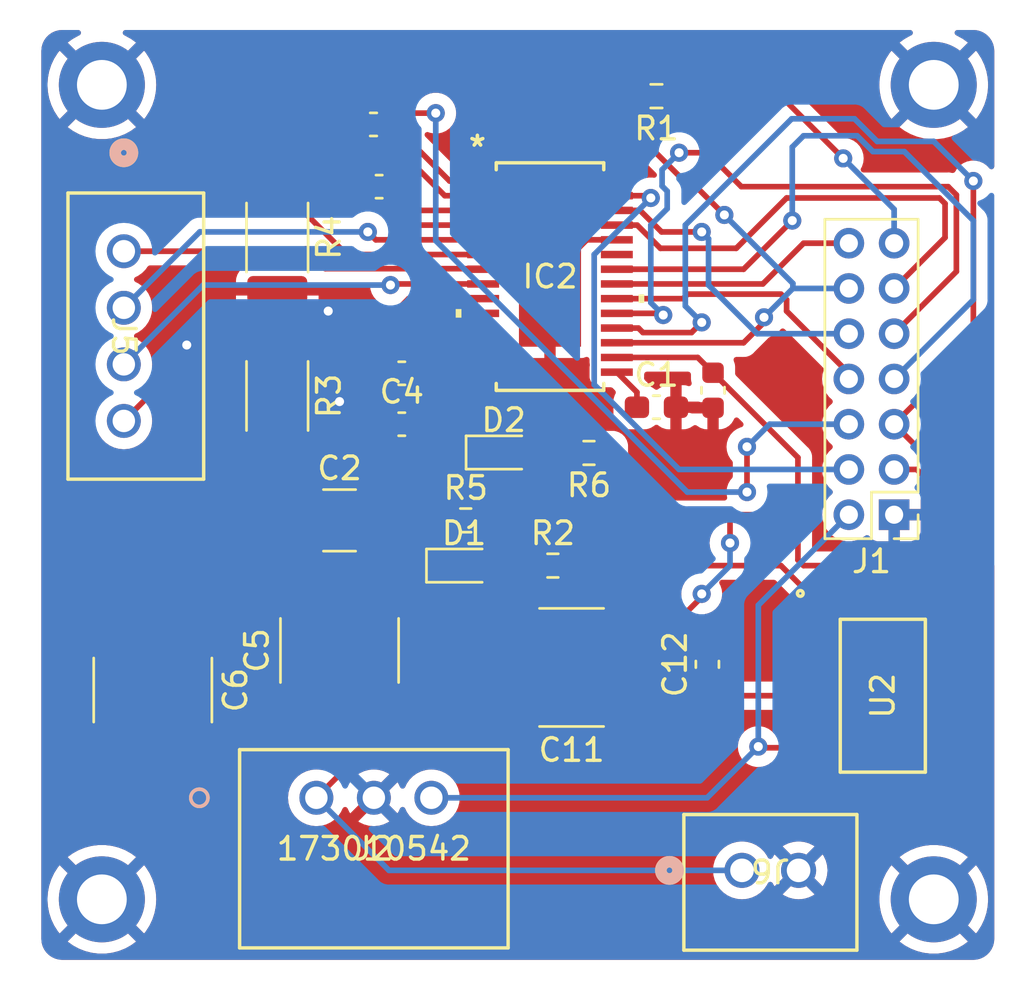
<source format=kicad_pcb>
(kicad_pcb (version 20221018) (generator pcbnew)
  (layers (0 "F.Cu" signal) (31 "B.Cu" signal) (34 "B.Paste" user) (35 "F.Paste" user) (36 "B.SilkS" user "B.Silkscreen") (37 "F.SilkS" user "F.Silkscreen") (38 "B.Mask" user) (39 "F.Mask" user) (44 "Edge.Cuts" user))
  (net 0 "")
  (net 1 "Net-(IC2-5VOUT)")
  (net 2 "GND")
  (net 3 "VM")
  (net 4 "Net-(C2-Pad2)")
  (net 5 "+3.3V")
  (net 6 "Net-(IC2-VCP)")
  (net 7 "Net-(IC2-CPI)")
  (net 8 "CP0")
  (net 9 "Net-(D1-A)")
  (net 10 "Net-(D2-A)")
  (net 11 "/A2")
  (net 12 "Net-(IC2-BRA)")
  (net 13 "/A1")
  (net 14 "/A3")
  (net 15 "Net-(IC2-BRB)")
  (net 16 "/A4")
  (net 18 "RX")
  (net 19 "DIAG")
  (net 20 "SPREAD")
  (net 21 "DIR")
  (net 22 "ENN")
  (net 23 "STEP")
  (net 25 "MS1")
  (net 26 "MS2")
  (net 27 "INDEX")
  (net 28 "+5V")
  (net 29 "TX")
  (footprint "LED_SMD:LED_0603_1608Metric_Pad1.05x0.95mm_HandSolder" (layer "F.Cu") (at 140 89.75)
    (fp_text reference "D1" (at 0 -1.43) (layer "F.SilkS"))
    (fp_text value "white/0603" hide)
    (fp_line (start -1.66 -0.735) (end -1.66 0.735) (stroke (width 0.12)) (layer "F.SilkS"))
    (fp_line (start -1.66 0.735) (end 0.8 0.735) (stroke (width 0.12)) (layer "F.SilkS"))
    (fp_line (start 0.8 -0.735) (end -1.66 -0.735) (stroke (width 0.12)) (layer "F.SilkS"))
    (pad "1" smd roundrect (at -0.875 0) (size 1.05 0.95) (layers "F.Cu" "F.Paste" "F.Mask") (net 2 "GND"))
    (pad "2" smd roundrect (at 0.875 0) (size 1.05 0.95) (layers "F.Cu" "F.Paste" "F.Mask") (net 9 "Net-(D1-A)"))
  )
  (footprint "Capacitor_SMD:C_0603_1608Metric" (layer "F.Cu") (at 137.25 81.25)
    (fp_text reference "C3" hide)
    (fp_text value "100nF/50V/0603" hide)
    (fp_line (start -0.14058 -0.51) (end 0.14058 -0.51) (stroke (width 0.12)) (layer "F.SilkS"))
    (fp_line (start -0.14058 0.51) (end 0.14058 0.51) (stroke (width 0.12)) (layer "F.SilkS"))
    (pad "1" smd roundrect (at -0.775 0) (size 0.9 0.95) (layers "F.Cu" "F.Paste" "F.Mask") (net 3 "VM"))
    (pad "2" smd roundrect (at 0.775 0) (size 0.9 0.95) (layers "F.Cu" "F.Paste" "F.Mask") (net 2 "GND"))
  )
  (footprint "MountingHole:MountingHole_2.2mm_M2_DIN965_Pad" (layer "F.Cu") (at 160.75 68.5)
    (fp_text reference "H1" hide)
    (fp_text value "MountingHole_Pad" hide)
    (pad "1" thru_hole circle (at 0 0) (size 3.8 3.8) (drill 2.2) (layers "*.Cu" "*.Mask") (net 2 "GND"))
  )
  (footprint "LED_SMD:LED_0603_1608Metric_Pad1.05x0.95mm_HandSolder" (layer "F.Cu") (at 141.75 84.75)
    (fp_text reference "D2" (at 0 -1.43) (layer "F.SilkS"))
    (fp_text value "blue/0603" hide)
    (fp_line (start -1.66 -0.735) (end -1.66 0.735) (stroke (width 0.12)) (layer "F.SilkS"))
    (fp_line (start -1.66 0.735) (end 0.8 0.735) (stroke (width 0.12)) (layer "F.SilkS"))
    (fp_line (start 0.8 -0.735) (end -1.66 -0.735) (stroke (width 0.12)) (layer "F.SilkS"))
    (pad "1" smd roundrect (at -0.875 0) (size 1.05 0.95) (layers "F.Cu" "F.Paste" "F.Mask") (net 2 "GND"))
    (pad "2" smd roundrect (at 0.875 0) (size 1.05 0.95) (layers "F.Cu" "F.Paste" "F.Mask") (net 10 "Net-(D2-A)"))
  )
  (footprint "Capacitor_SMD:C_1210_3225Metric" (layer "F.Cu") (at 134.5 87.75)
    (fp_text reference "C2" (at 0 -2.3) (layer "F.SilkS"))
    (fp_text value "1µF/50V/1210" hide)
    (fp_line (start -0.711252 -1.36) (end 0.711252 -1.36) (stroke (width 0.12)) (layer "F.SilkS"))
    (fp_line (start -0.711252 1.36) (end 0.711252 1.36) (stroke (width 0.12)) (layer "F.SilkS"))
    (pad "1" smd roundrect (at -1.475 0) (size 1.15 2.7) (layers "F.Cu" "F.Paste" "F.Mask") (roundrect_rratio 0.217391) (net 3 "VM"))
    (pad "2" smd roundrect (at 1.475 0) (size 1.15 2.7) (layers "F.Cu" "F.Paste" "F.Mask") (roundrect_rratio 0.217391) (net 4 "Net-(C2-Pad2)"))
  )
  (footprint "Connector_PinHeader_2.00mm:PinHeader_2x07_P2.00mm_Vertical" (layer "F.Cu") (at 159 87.5 180)
    (fp_text reference "J1" (at 1 -2.06) (layer "F.SilkS"))
    (fp_text value "Conn_01x14_Pin" hide)
    (fp_line (start -1.06 -1.06) (end 0 -1.06) (stroke (width 0.12)) (layer "F.SilkS"))
    (fp_line (start -1.06 0) (end -1.06 -1.06) (stroke (width 0.12)) (layer "F.SilkS"))
    (fp_line (start -1.06 1) (end -1.06 13.06) (stroke (width 0.12)) (layer "F.SilkS"))
    (fp_line (start -1.06 1) (end 1 1) (stroke (width 0.12)) (layer "F.SilkS"))
    (fp_line (start -1.06 13.06) (end 3.06 13.06) (stroke (width 0.12)) (layer "F.SilkS"))
    (fp_line (start 1 -1.06) (end 3.06 -1.06) (stroke (width 0.12)) (layer "F.SilkS"))
    (fp_line (start 1 1) (end 1 -1.06) (stroke (width 0.12)) (layer "F.SilkS"))
    (fp_line (start 3.06 -1.06) (end 3.06 13.06) (stroke (width 0.12)) (layer "F.SilkS"))
    (pad "1" thru_hole rect (at 0 0 180) (size 1.35 1.35) (drill 0.8) (layers "*.Cu" "*.Mask") (net 2 "GND"))
    (pad "2" thru_hole oval (at 2 0 180) (size 1.35 1.35) (drill 0.8) (layers "*.Cu" "*.Mask") (net 28 "+5V"))
    (pad "3" thru_hole oval (at 0 2 180) (size 1.35 1.35) (drill 0.8) (layers "*.Cu" "*.Mask") (net 5 "+3.3V"))
    (pad "4" thru_hole oval (at 2 2 180) (size 1.35 1.35) (drill 0.8) (layers "*.Cu" "*.Mask") (net 27 "INDEX"))
    (pad "5" thru_hole oval (at 0 4 180) (size 1.35 1.35) (drill 0.8) (layers "*.Cu" "*.Mask") (net 19 "DIAG"))
    (pad "6" thru_hole oval (at 2 4 180) (size 1.35 1.35) (drill 0.8) (layers "*.Cu" "*.Mask") (net 8 "CP0"))
    (pad "7" thru_hole oval (at 0 6 180) (size 1.35 1.35) (drill 0.8) (layers "*.Cu" "*.Mask") (net 23 "STEP"))
    (pad "8" thru_hole oval (at 2 6 180) (size 1.35 1.35) (drill 0.8) (layers "*.Cu" "*.Mask") (net 21 "DIR"))
    (pad "9" thru_hole oval (at 0 8 180) (size 1.35 1.35) (drill 0.8) (layers "*.Cu" "*.Mask") (net 20 "SPREAD"))
    (pad "10" thru_hole oval (at 2 8 180) (size 1.35 1.35) (drill 0.8) (layers "*.Cu" "*.Mask") (net 26 "MS2"))
    (pad "11" thru_hole oval (at 0 10 180) (size 1.35 1.35) (drill 0.8) (layers "*.Cu" "*.Mask") (net 25 "MS1"))
    (pad "12" thru_hole oval (at 2 10 180) (size 1.35 1.35) (drill 0.8) (layers "*.Cu" "*.Mask") (net 18 "RX"))
    (pad "13" thru_hole oval (at 0 12 180) (size 1.35 1.35) (drill 0.8) (layers "*.Cu" "*.Mask") (net 29 "TX"))
    (pad "14" thru_hole oval (at 2 12 180) (size 1.35 1.35) (drill 0.8) (layers "*.Cu" "*.Mask") (net 22 "ENN"))
  )
  (footprint "Resistor_SMD:R_2010_5025Metric" (layer "F.Cu") (at 131.75 82.25 -90)
    (fp_text reference "R3" (at 0 -2.28 90) (layer "F.SilkS"))
    (fp_text value "150mΩ/1W/2010" hide)
    (fp_line (start -1.527064 -1.36) (end 1.527064 -1.36) (stroke (width 0.12)) (layer "F.SilkS"))
    (fp_line (start -1.527064 1.36) (end 1.527064 1.36) (stroke (width 0.12)) (layer "F.SilkS"))
    (pad "1" smd roundrect (at -2.3125 0 270) (size 1.225 2.65) (layers "F.Cu" "F.Paste" "F.Mask") (roundrect_rratio 0.204082) (net 15 "Net-(IC2-BRB)"))
    (pad "2" smd roundrect (at 2.3125 0 270) (size 1.225 2.65) (layers "F.Cu" "F.Paste" "F.Mask") (roundrect_rratio 0.204082) (net 2 "GND"))
  )
  (footprint "Resistor_SMD:R_0603_1608Metric" (layer "F.Cu") (at 145.52 84.77 180)
    (fp_text reference "R6" (at 0 -1.43) (layer "F.SilkS"))
    (fp_text value "1kΩ/1%/0603" hide)
    (fp_line (start -0.237258 -0.5225) (end 0.237258 -0.5225) (stroke (width 0.12)) (layer "F.SilkS"))
    (fp_line (start -0.237258 0.5225) (end 0.237258 0.5225) (stroke (width 0.12)) (layer "F.SilkS"))
    (pad "1" smd roundrect (at -0.825 0 180) (size 0.8 0.95) (layers "F.Cu" "F.Paste" "F.Mask") (net 5 "+3.3V"))
    (pad "2" smd roundrect (at 0.825 0 180) (size 0.8 0.95) (layers "F.Cu" "F.Paste" "F.Mask") (net 10 "Net-(D2-A)"))
  )
  (footprint "MountingHole:MountingHole_2.2mm_M2_DIN965_Pad" (layer "F.Cu") (at 124 68.5)
    (fp_text reference "H3" hide)
    (fp_text value "MountingHole_Pad" hide)
    (pad "1" thru_hole circle (at 0 0) (size 3.8 3.8) (drill 2.2) (layers "*.Cu" "*.Mask") (net 2 "GND"))
  )
  (footprint "Resistor_SMD:R_2010_5025Metric" (layer "F.Cu") (at 131.75 75.25 -90)
    (fp_text reference "R4" (at 0 -2.28 90) (layer "F.SilkS"))
    (fp_text value "150mΩ/1W/2010" hide)
    (fp_line (start -1.527064 -1.36) (end 1.527064 -1.36) (stroke (width 0.12)) (layer "F.SilkS"))
    (fp_line (start -1.527064 1.36) (end 1.527064 1.36) (stroke (width 0.12)) (layer "F.SilkS"))
    (pad "1" smd roundrect (at -2.3125 0 270) (size 1.225 2.65) (layers "F.Cu" "F.Paste" "F.Mask") (roundrect_rratio 0.204082) (net 12 "Net-(IC2-BRA)"))
    (pad "2" smd roundrect (at 2.3125 0 270) (size 1.225 2.65) (layers "F.Cu" "F.Paste" "F.Mask") (roundrect_rratio 0.204082) (net 2 "GND"))
  )
  (footprint "Capacitor_SMD:C_2220_5650Metric" (layer "F.Cu") (at 134.5 93.5 90)
    (fp_text reference "C5" (at 0 -3.65 90) (layer "F.SilkS"))
    (fp_text value "10µF/50V/2220" hide)
    (fp_line (start -1.415748 -2.61) (end 1.415748 -2.61) (stroke (width 0.12)) (layer "F.SilkS"))
    (fp_line (start -1.415748 2.61) (end 1.415748 2.61) (stroke (width 0.12)) (layer "F.SilkS"))
    (pad "1" smd roundrect (at -2.55 0 90) (size 1.8 5.4) (layers "F.Cu" "F.Paste" "F.Mask") (roundrect_rratio 0.138889) (net 3 "VM"))
    (pad "2" smd roundrect (at 2.55 0 90) (size 1.8 5.4) (layers "F.Cu" "F.Paste" "F.Mask") (roundrect_rratio 0.138889) (net 2 "GND"))
  )
  (footprint "Capacitor_SMD:C_2220_5650Metric" (layer "F.Cu") (at 126.25 95.25 -90)
    (fp_text reference "C6" (at 0 -3.65 90) (layer "F.SilkS"))
    (fp_text value "10µF/50V/2220" hide)
    (fp_line (start -1.415748 -2.61) (end 1.415748 -2.61) (stroke (width 0.12)) (layer "F.SilkS"))
    (fp_line (start -1.415748 2.61) (end 1.415748 2.61) (stroke (width 0.12)) (layer "F.SilkS"))
    (pad "1" smd roundrect (at -2.55 0 270) (size 1.8 5.4) (layers "F.Cu" "F.Paste" "F.Mask") (roundrect_rratio 0.138889) (net 3 "VM"))
    (pad "2" smd roundrect (at 2.55 0 270) (size 1.8 5.4) (layers "F.Cu" "F.Paste" "F.Mask") (roundrect_rratio 0.138889) (net 2 "GND"))
  )
  (footprint "Capacitor_SMD:C_0603_1608Metric_Pad1.08x0.95mm_HandSolder" (layer "F.Cu") (at 136 70.25)
    (fp_text reference "C9" hide)
    (fp_text value "22nF" hide)
    (fp_line (start -0.146267 -0.51) (end 0.146267 -0.51) (stroke (width 0.12)) (layer "F.SilkS"))
    (fp_line (start -0.146267 0.51) (end 0.146267 0.51) (stroke (width 0.12)) (layer "F.SilkS"))
    (pad "1" smd roundrect (at -0.8625 0) (size 1.075 0.95) (layers "F.Cu" "F.Paste" "F.Mask") (net 7 "Net-(IC2-CPI)"))
    (pad "2" smd roundrect (at 0.8625 0) (size 1.075 0.95) (layers "F.Cu" "F.Paste" "F.Mask") (net 8 "CP0"))
  )
  (footprint "TMC2255:HTSSOP28_TRI" (layer "F.Cu") (at 143.79725 76.975)
    (fp_text reference "IC2" (at 0 0 unlocked) (layer "F.SilkS"))
    (fp_text value "TMC2225-SA")
    (fp_text user "*" (at -3.20675 -5.6982) (layer "F.SilkS"))
    (fp_text user "*" (at -3.20675 -5.6982 unlocked) (layer "F.SilkS"))
    (fp_line (start -2.3749 -5.0292) (end -2.3749 -4.72284) (stroke (width 0.1524)) (layer "F.SilkS"))
    (fp_line (start -2.3749 4.722838) (end -2.3749 5.0292) (stroke (width 0.1524)) (layer "F.SilkS"))
    (fp_line (start -2.3749 5.0292) (end 2.3749 5.0292) (stroke (width 0.1524)) (layer "F.SilkS"))
    (fp_line (start 2.3749 -5.0292) (end -2.3749 -5.0292) (stroke (width 0.1524)) (layer "F.SilkS"))
    (fp_line (start 2.3749 -4.72284) (end 2.3749 -5.0292) (stroke (width 0.1524)) (layer "F.SilkS"))
    (fp_line (start 2.3749 5.0292) (end 2.3749 4.72284) (stroke (width 0.1524)) (layer "F.SilkS"))
    (fp_poly (pts (xy -4.1656 1.434498) (xy -4.1656 1.815498) (xy -3.9116 1.815498) (xy -3.9116 1.434498)) (fill solid) (layer "F.SilkS"))
    (fp_poly (pts (xy 4.1656 0.784499) (xy 4.1656 1.165499) (xy 3.9116 1.165499) (xy 3.9116 0.784499)) (fill solid) (layer "F.SilkS"))
    (pad "1" smd rect (at -2.95275 -4.225) (size 1.4097 0.3302) (layers "F.Cu" "F.Paste" "F.Mask") (net 8 "CP0"))
    (pad "2" smd rect (at -2.95275 -3.574999) (size 1.4097 0.3302) (layers "F.Cu" "F.Paste" "F.Mask") (net 7 "Net-(IC2-CPI)"))
    (pad "3" smd rect (at -2.95275 -2.925) (size 1.4097 0.3302) (layers "F.Cu" "F.Paste" "F.Mask") (net 6 "Net-(IC2-VCP)"))
    (pad "4" smd rect (at -2.95275 -2.274999) (size 1.4097 0.3302) (layers "F.Cu" "F.Paste" "F.Mask") (net 3 "VM"))
    (pad "5" smd rect (at -2.95275 -1.625001) (size 1.4097 0.3302) (layers "F.Cu" "F.Paste" "F.Mask") (net 11 "/A2"))
    (pad "6" smd rect (at -2.95275 -0.974999) (size 1.4097 0.3302) (layers "F.Cu" "F.Paste" "F.Mask") (net 12 "Net-(IC2-BRA)"))
    (pad "7" smd rect (at -2.95275 -0.325001) (size 1.4097 0.3302) (layers "F.Cu" "F.Paste" "F.Mask") (net 13 "/A1"))
    (pad "8" smd rect (at -2.95275 0.324998) (size 1.4097 0.3302) (layers "F.Cu" "F.Paste" "F.Mask") (net 14 "/A3"))
    (pad "9" smd rect (at -2.95275 0.974999) (size 1.4097 0.3302) (layers "F.Cu" "F.Paste" "F.Mask") (net 15 "Net-(IC2-BRB)"))
    (pad "10" smd rect (at -2.95275 1.624998) (size 1.4097 0.3302) (layers "F.Cu" "F.Paste" "F.Mask") (net 16 "/A4"))
    (pad "11" smd rect (at -2.95275 2.274999) (size 1.4097 0.3302) (layers "F.Cu" "F.Paste" "F.Mask") (net 3 "VM"))
    (pad "12" smd rect (at -2.95275 2.924998) (size 1.4097 0.3302) (layers "F.Cu" "F.Paste" "F.Mask"))
    (pad "13" smd rect (at -2.95275 3.574999) (size 1.4097 0.3302) (layers "F.Cu" "F.Paste" "F.Mask") (net 2 "GND"))
    (pad "14" smd rect (at -2.95275 4.224998) (size 1.4097 0.3302) (layers "F.Cu" "F.Paste" "F.Mask") (net 2 "GND"))
    (pad "15" smd rect (at 2.95275 4.225) (size 1.4097 0.3302) (layers "F.Cu" "F.Paste" "F.Mask") (net 1 "Net-(IC2-5VOUT)"))
    (pad "16" smd rect (at 2.95275 3.574999) (size 1.4097 0.3302) (layers "F.Cu" "F.Paste" "F.Mask") (net 5 "+3.3V"))
    (pad "17" smd rect (at 2.95275 2.925) (size 1.4097 0.3302) (layers "F.Cu" "F.Paste" "F.Mask") (net 18 "RX"))
    (pad "18" smd rect (at 2.95275 2.274999) (size 1.4097 0.3302) (layers "F.Cu" "F.Paste" "F.Mask") (net 19 "DIAG"))
    (pad "19" smd rect (at 2.95275 1.625001) (size 1.4097 0.3302) (layers "F.Cu" "F.Paste" "F.Mask") (net 20 "SPREAD"))
    (pad "20" smd rect (at 2.95275 0.974999) (size 1.4097 0.3302) (layers "F.Cu" "F.Paste" "F.Mask") (net 21 "DIR"))
    (pad "21" smd rect (at 2.95275 0.325001) (size 1.4097 0.3302) (layers "F.Cu" "F.Paste" "F.Mask") (net 22 "ENN"))
    (pad "22" smd rect (at 2.95275 -0.325001) (size 1.4097 0.3302) (layers "F.Cu" "F.Paste" "F.Mask") (net 23 "STEP"))
    (pad "23" smd rect (at 2.95275 -0.974999) (size 1.4097 0.3302) (layers "F.Cu" "F.Paste" "F.Mask"))
    (pad "24" smd rect (at 2.95275 -1.625001) (size 1.4097 0.3302) (layers "F.Cu" "F.Paste" "F.Mask") (net 2 "GND"))
    (pad "25" smd rect (at 2.95275 -2.274999) (size 1.4097 0.3302) (layers "F.Cu" "F.Paste" "F.Mask") (net 25 "MS1"))
    (pad "26" smd rect (at 2.95275 -2.925) (size 1.4097 0.3302) (layers "F.Cu" "F.Paste" "F.Mask") (net 26 "MS2"))
    (pad "27" smd rect (at 2.95275 -3.574999) (size 1.4097 0.3302) (layers "F.Cu" "F.Paste" "F.Mask") (net 27 "INDEX"))
    (pad "28" smd rect (at 2.95275 -4.225) (size 1.4097 0.3302) (layers "F.Cu" "F.Paste" "F.Mask") (net 2 "GND"))
    (pad "29" smd rect (at 0 0) (size 2.7432 6.1976) (layers "F.Cu" "F.Mask") (net 2 "GND"))
  )
  (footprint "Capacitor_SMD:C_0603_1608Metric_Pad1.08x0.95mm_HandSolder" (layer "F.Cu") (at 148.5 82.75)
    (fp_text reference "C1" (at 0 -1.43) (layer "F.SilkS"))
    (fp_text value "2.2µF/50V/0603" hide)
    (fp_line (start -0.146267 -0.51) (end 0.146267 -0.51) (stroke (width 0.12)) (layer "F.SilkS"))
    (fp_line (start -0.146267 0.51) (end 0.146267 0.51) (stroke (width 0.12)) (layer "F.SilkS"))
    (pad "1" smd roundrect (at -0.8625 0) (size 1.075 0.95) (layers "F.Cu" "F.Paste" "F.Mask") (net 1 "Net-(IC2-5VOUT)"))
    (pad "2" smd roundrect (at 0.8625 0) (size 1.075 0.95) (layers "F.Cu" "F.Paste" "F.Mask") (net 2 "GND"))
  )
  (footprint "Capacitor_SMD:C_0603_1608Metric_Pad1.08x0.95mm_HandSolder" (layer "F.Cu") (at 150.75 94.1125 90)
    (fp_text reference "C12" (at 0 -1.43 90) (layer "F.SilkS"))
    (fp_text value "100 nF" hide)
    (fp_line (start -0.146267 -0.51) (end 0.146267 -0.51) (stroke (width 0.12)) (layer "F.SilkS"))
    (fp_line (start -0.146267 0.51) (end 0.146267 0.51) (stroke (width 0.12)) (layer "F.SilkS"))
    (pad "1" smd roundrect (at -0.8625 0 90) (size 1.075 0.95) (layers "F.Cu" "F.Paste" "F.Mask") (net 5 "+3.3V"))
    (pad "2" smd roundrect (at 0.8625 0 90) (size 1.075 0.95) (layers "F.Cu" "F.Paste" "F.Mask") (net 2 "GND"))
  )
  (footprint "AZ1117:AZ1117IH-3.3TRG1" (layer "F.Cu") (at 158.5 95.5 -90)
    (fp_text reference "U2" (at 0 0 90) (layer "F.SilkS"))
    (fp_text value "AZ1117IH-3.3TRG1" hide)
    (fp_line (start -3.3782 -1.8796) (end -3.3782 1.8796) (stroke (width 0.1524)) (layer "F.SilkS"))
    (fp_line (start -3.3782 1.8796) (end 3.3782 1.8796) (stroke (width 0.1524)) (layer "F.SilkS"))
    (fp_line (start 3.3782 -1.8796) (end -3.3782 -1.8796) (stroke (width 0.1524)) (layer "F.SilkS"))
    (fp_line (start 3.3782 1.8796) (end 3.3782 -1.8796) (stroke (width 0.1524)) (layer "F.SilkS"))
    (fp_circle (center -4.5212 3.6449) (end -4.3942 3.6449) (stroke (width 0.1524)) (fill none) (layer "F.SilkS"))
    (pad "1" smd rect (at -2.3 3.2258 270) (size 0.8636 1.5494) (layers "F.Cu" "F.Paste" "F.Mask") (net 2 "GND"))
    (pad "2" smd rect (at 0 3.2258 270) (size 0.8636 1.5494) (layers "F.Cu" "F.Paste" "F.Mask") (net 5 "+3.3V"))
    (pad "3" smd rect (at 2.3 3.2258 270) (size 0.8636 1.5494) (layers "F.Cu" "F.Paste" "F.Mask") (net 28 "+5V"))
  )
  (footprint "Capacitor_SMD:C_2220_5650Metric_Pad1.97x5.40mm_HandSolder" (layer "F.Cu") (at 144.75 94.25 180)
    (fp_text reference "C11" (at 0 -3.65) (layer "F.SilkS"))
    (fp_text value "22 µF" hide)
    (fp_line (start -1.415748 -2.61) (end 1.415748 -2.61) (stroke (width 0.12)) (layer "F.SilkS"))
    (fp_line (start -1.415748 2.61) (end 1.415748 2.61) (stroke (width 0.12)) (layer "F.SilkS"))
    (pad "1" smd roundrect (at -2.6375 0 180) (size 1.975 5.4) (layers "F.Cu" "F.Paste" "F.Mask") (roundrect_rratio 0.126582) (net 5 "+3.3V"))
    (pad "2" smd roundrect (at 2.6375 0 180) (size 1.975 5.4) (layers "F.Cu" "F.Paste" "F.Mask") (roundrect_rratio 0.126582) (net 2 "GND"))
  )
  (footprint "Capacitor_SMD:C_0603_1608Metric" (layer "F.Cu") (at 136.25 73)
    (fp_text reference "C8" hide)
    (fp_text value "100nF/50V/0603" hide)
    (fp_line (start -0.14058 -0.51) (end 0.14058 -0.51) (stroke (width 0.12)) (layer "F.SilkS"))
    (fp_line (start -0.14058 0.51) (end 0.14058 0.51) (stroke (width 0.12)) (layer "F.SilkS"))
    (pad "1" smd roundrect (at -0.775 0) (size 0.9 0.95) (layers "F.Cu" "F.Paste" "F.Mask") (net 3 "VM"))
    (pad "2" smd roundrect (at 0.775 0) (size 0.9 0.95) (layers "F.Cu" "F.Paste" "F.Mask") (net 6 "Net-(IC2-VCP)"))
  )
  (footprint "Resistor_SMD:R_0603_1608Metric" (layer "F.Cu") (at 140.075 87.75)
    (fp_text reference "R5" (at 0 -1.43) (layer "F.SilkS"))
    (fp_text value "110mΩ/1%/0603" hide)
    (fp_line (start -0.237258 -0.5225) (end 0.237258 -0.5225) (stroke (width 0.12)) (layer "F.SilkS"))
    (fp_line (start -0.237258 0.5225) (end 0.237258 0.5225) (stroke (width 0.12)) (layer "F.SilkS"))
    (pad "1" smd roundrect (at -0.825 0) (size 0.8 0.95) (layers "F.Cu" "F.Paste" "F.Mask") (net 4 "Net-(C2-Pad2)"))
    (pad "2" smd roundrect (at 0.825 0) (size 0.8 0.95) (layers "F.Cu" "F.Paste" "F.Mask") (net 2 "GND"))
  )
  (footprint "MountingHole:MountingHole_2.2mm_M2_DIN965_Pad" (layer "F.Cu") (at 124 104.5)
    (fp_text reference "H4" hide)
    (fp_text value "MountingHole_Pad" hide)
    (pad "1" thru_hole circle (at 0 0) (size 3.8 3.8) (drill 2.2) (layers "*.Cu" "*.Mask") (net 2 "GND"))
  )
  (footprint "JST 2 pins:CONN_B2B-XH-ALFSN_JST" (layer "F.Cu") (at 152.279006 103.220199 180)
    (fp_text reference "J6" (at -1.254394 0 180 unlocked) (layer "F.SilkS"))
    (fp_text value "B2B-XH-ALFSN" hide)
    (fp_circle (center 3.203306 0) (end 3.584306 0) (stroke (width 0.508)) (fill none) (layer "B.SilkS"))
    (fp_line (start -5.077094 -3.527001) (end -5.077094 2.467399) (stroke (width 0.1524)) (layer "F.SilkS"))
    (fp_line (start -5.077094 2.467399) (end 2.568306 2.467399) (stroke (width 0.1524)) (layer "F.SilkS"))
    (fp_line (start 2.568306 -3.527001) (end -5.077094 -3.527001) (stroke (width 0.1524)) (layer "F.SilkS"))
    (fp_line (start 2.568306 2.467399) (end 2.568306 -3.527001) (stroke (width 0.1524)) (layer "F.SilkS"))
    (fp_circle (center 3.203306 0) (end 3.584306 0) (stroke (width 0.508)) (fill none) (layer "F.SilkS"))
    (pad "1" thru_hole circle (at 0 0 180) (size 1.5494 1.5494) (drill 1.0414) (layers "*.Cu" "*.Mask") (net 3 "VM"))
    (pad "2" thru_hole circle (at -2.5 0 180) (size 1.5494 1.5494) (drill 1.0414) (layers "*.Cu" "*.Mask") (net 2 "GND"))
  )
  (footprint "MountingHole:MountingHole_2.2mm_M2_DIN965_Pad" (layer "F.Cu") (at 160.75 104.5)
    (fp_text reference "H2" hide)
    (fp_text value "MountingHole_Pad" hide)
    (pad "1" thru_hole circle (at 0 0) (size 3.8 3.8) (drill 2.2) (layers "*.Cu" "*.Mask") (net 2 "GND"))
  )
  (footprint "JST 4 PINS:CONN_B4B-XH-A LFSN_JST" (layer "F.Cu") (at 124.970199 75.854717 -90)
    (fp_text reference "J5" (at 3.750183 0 -90 unlocked) (layer "F.SilkS"))
    (fp_text value "B4B-XH-A LFSN")
    (fp_circle (center -4.352417 0) (end -3.971417 0) (stroke (width 0.508)) (fill none) (layer "B.SilkS"))
    (fp_line (start -2.574417 -3.527001) (end -2.574417 2.467399) (stroke (width 0.1524)) (layer "F.SilkS"))
    (fp_line (start -2.574417 2.467399) (end 10.074783 2.467399) (stroke (width 0.1524)) (layer "F.SilkS"))
    (fp_line (start 10.074783 -3.527001) (end -2.574417 -3.527001) (stroke (width 0.1524)) (layer "F.SilkS"))
    (fp_line (start 10.074783 2.467399) (end 10.074783 -3.527001) (stroke (width 0.1524)) (layer "F.SilkS"))
    (fp_circle (center -4.352417 0) (end -3.971417 0) (stroke (width 0.508)) (fill none) (layer "F.SilkS"))
    (pad "1" thru_hole circle (at 0 0 270) (size 1.4986 1.4986) (drill 0.9906) (layers "*.Cu" "*.Mask") (net 13 "/A1"))
    (pad "2" thru_hole circle (at 2.500122 0 270) (size 1.4986 1.4986) (drill 0.9906) (layers "*.Cu" "*.Mask") (net 11 "/A2"))
    (pad "3" thru_hole circle (at 5.000244 0 270) (size 1.4986 1.4986) (drill 0.9906) (layers "*.Cu" "*.Mask") (net 14 "/A3"))
    (pad "4" thru_hole circle (at 7.500366 0 270) (size 1.4986 1.4986) (drill 0.9906) (layers "*.Cu" "*.Mask") (net 16 "/A4"))
  )
  (footprint "Capacitor_SMD:C_0603_1608Metric" (layer "F.Cu") (at 137.25 83.5)
    (fp_text reference "C4" (at 0 -1.43) (layer "F.SilkS"))
    (fp_text value "100nF/50V/0603" hide)
    (fp_line (start -0.14058 -0.51) (end 0.14058 -0.51) (stroke (width 0.12)) (layer "F.SilkS"))
    (fp_line (start -0.14058 0.51) (end 0.14058 0.51) (stroke (width 0.12)) (layer "F.SilkS"))
    (pad "1" smd roundrect (at -0.775 0) (size 0.9 0.95) (layers "F.Cu" "F.Paste" "F.Mask") (net 3 "VM"))
    (pad "2" smd roundrect (at 0.775 0) (size 0.9 0.95) (layers "F.Cu" "F.Paste" "F.Mask") (net 2 "GND"))
  )
  (footprint "Resistor_SMD:R_0603_1608Metric_Pad0.98x0.95mm_HandSolder" (layer "F.Cu") (at 148.5 69 180)
    (fp_text reference "R1" (at 0 -1.43) (layer "F.SilkS"))
    (fp_text value "1k")
    (fp_line (start -0.254724 -0.5225) (end 0.254724 -0.5225) (stroke (width 0.12)) (layer "F.SilkS"))
    (fp_line (start -0.254724 0.5225) (end 0.254724 0.5225) (stroke (width 0.12)) (layer "F.SilkS"))
    (pad "1" smd roundrect (at -0.9125 0 180) (size 0.975 0.95) (layers "F.Cu" "F.Paste" "F.Mask") (net 29 "TX"))
    (pad "2" smd roundrect (at 0.9125 0 180) (size 0.975 0.95) (layers "F.Cu" "F.Paste" "F.Mask") (net 18 "RX"))
  )
  (footprint "173010542 - DC:173010542" (layer "F.Cu") (at 133.476 100.01175)
    (fp_text reference "J2" (at 2.54 2.254) (layer "F.SilkS"))
    (fp_text value "173010542" (at 2.54 2.254) (layer "F.SilkS"))
    (fp_circle (center -5.1689 0) (end -4.7879 0) (stroke (width 0.1524)) (fill none) (layer "B.SilkS"))
    (fp_line (start -3.3909 -2.1275) (end -3.3909 6.6355) (stroke (width 0.1524)) (layer "F.SilkS"))
    (fp_line (start -3.3909 6.6355) (end 8.4709 6.6355) (stroke (width 0.1524)) (layer "F.SilkS"))
    (fp_line (start 8.4709 -2.1275) (end -3.3909 -2.1275) (stroke (width 0.1524)) (layer "F.SilkS"))
    (fp_line (start 8.4709 6.6355) (end 8.4709 -2.1275) (stroke (width 0.1524)) (layer "F.SilkS"))
    (fp_circle (center -5.1689 0) (end -4.7879 0) (stroke (width 0.1524)) (fill none) (layer "F.SilkS"))
    (pad "1" thru_hole circle (at 0 0) (size 1.4986 1.4986) (drill 0.9906) (layers "*.Cu" "*.Mask") (net 3 "VM"))
    (pad "2" thru_hole circle (at 2.54 0) (size 1.4986 1.4986) (drill 0.9906) (layers "*.Cu" "*.Mask") (net 2 "GND"))
    (pad "3" thru_hole circle (at 5.08 0) (size 1.4986 1.4986) (drill 0.9906) (layers "*.Cu" "*.Mask") (net 28 "+5V"))
  )
  (footprint "Resistor_SMD:R_0603_1608Metric" (layer "F.Cu") (at 143.925 89.75)
    (fp_text reference "R2" (at 0 -1.43) (layer "F.SilkS"))
    (fp_text value "220Ω/1%/0603" hide)
    (fp_line (start -0.237258 -0.5225) (end 0.237258 -0.5225) (stroke (width 0.12)) (layer "F.SilkS"))
    (fp_line (start -0.237258 0.5225) (end 0.237258 0.5225) (stroke (width 0.12)) (layer "F.SilkS"))
    (pad "1" smd roundrect (at -0.825 0) (size 0.8 0.95) (layers "F.Cu" "F.Paste" "F.Mask") (net 9 "Net-(D1-A)"))
    (pad "2" smd roundrect (at 0.825 0) (size 0.8 0.95) (layers "F.Cu" "F.Paste" "F.Mask") (net 19 "DIAG"))
  )
  (footprint "Capacitor_SMD:C_0603_1608Metric" (layer "F.Cu") (at 151 82 -90)
    (fp_text reference "C7" hide)
    (fp_text value "100nF/50V/0603" hide)
    (fp_line (start -0.14058 -0.51) (end 0.14058 -0.51) (stroke (width 0.12)) (layer "F.SilkS"))
    (fp_line (start -0.14058 0.51) (end 0.14058 0.51) (stroke (width 0.12)) (layer "F.SilkS"))
    (pad "1" smd roundrect (at -0.775 0 270) (size 0.9 0.95) (layers "F.Cu" "F.Paste" "F.Mask") (net 5 "+3.3V"))
    (pad "2" smd roundrect (at 0.775 0 270) (size 0.9 0.95) (layers "F.Cu" "F.Paste" "F.Mask") (net 2 "GND"))
  )
  (segment (start 147.6375 82.0875) (end 146.75 81.2) (width 0.25) (layer "F.Cu") (net 1))
  (segment (start 147.6375 82.75) (end 147.6375 82.0875) (width 0.25) (layer "F.Cu") (net 1))
  (segment (start 145.422251 75.349999) (end 143.79725 76.975) (width 0.25) (layer "F.Cu") (net 2))
  (segment (start 146.75 75.349999) (end 145.422251 75.349999) (width 0.25) (layer "F.Cu") (net 2))
  (via (at 134.5 82.5) (size 0.8) (drill 0.4) (layers "F.Cu" "B.Cu") (net 2))
  (via (at 134 78.5) (size 0.8) (drill 0.4) (layers "F.Cu" "B.Cu") (net 2))
  (via (at 127.75 80) (size 0.8) (drill 0.4) (layers "F.Cu" "B.Cu") (net 2))
  (segment (start 133.025 87.75) (end 131.2 87.75) (width 0.25) (layer "F.Cu") (net 3))
  (segment (start 134.5 98.98775) (end 133.476 100.01175) (width 0.25) (layer "F.Cu") (net 3))
  (segment (start 126.25 92.7) (end 123 89.45) (width 0.25) (layer "F.Cu") (net 3))
  (segment (start 136.475 84.3) (end 133.025 87.75) (width 0.25) (layer "F.Cu") (net 3))
  (segment (start 134.5 96.05) (end 129.6 96.05) (width 0.25) (layer "F.Cu") (net 3))
  (segment (start 131.2 87.75) (end 126.25 92.7) (width 0.25) (layer "F.Cu") (net 3))
  (segment (start 127.25 71) (end 133.475 71) (width 0.25) (layer "F.Cu") (net 3))
  (segment (start 138.475001 79.249999) (end 136.475 81.25) (width 0.25) (layer "F.Cu") (net 3))
  (segment (start 136.475 83.5) (end 136.475 84.3) (width 0.25) (layer "F.Cu") (net 3))
  (segment (start 140.8445 79.249999) (end 138.475001 79.249999) (width 0.25) (layer "F.Cu") (net 3))
  (segment (start 134.5 96.05) (end 134.5 98.98775) (width 0.25) (layer "F.Cu") (net 3))
  (segment (start 123 89.45) (end 123 75.25) (width 0.25) (layer "F.Cu") (net 3))
  (segment (start 129.6 96.05) (end 126.25 92.7) (width 0.25) (layer "F.Cu") (net 3))
  (segment (start 133.475 71) (end 135.475 73) (width 0.25) (layer "F.Cu") (net 3))
  (segment (start 137.175001 74.700001) (end 135.475 73) (width 0.25) (layer "F.Cu") (net 3))
  (segment (start 123 75.25) (end 127.25 71) (width 0.25) (layer "F.Cu") (net 3))
  (segment (start 136.475 83.5) (end 136.475 81.25) (width 0.25) (layer "F.Cu") (net 3))
  (segment (start 140.8445 74.700001) (end 137.175001 74.700001) (width 0.25) (layer "F.Cu") (net 3))
  (segment (start 136.684449 103.220199) (end 133.476 100.01175) (width 0.25) (layer "B.Cu") (net 3))
  (segment (start 152.279006 103.220199) (end 136.684449 103.220199) (width 0.25) (layer "B.Cu") (net 3))
  (segment (start 139.25 87.75) (end 135.975 87.75) (width 0.25) (layer "F.Cu") (net 4))
  (segment (start 162 89) (end 162 87.5) (width 0.25) (layer "F.Cu") (net 5))
  (segment (start 151.75 87.5) (end 151.75 88.75) (width 0.25) (layer "F.Cu") (net 5))
  (segment (start 154.75 87.5) (end 154.75 89.5) (width 0.25) (layer "F.Cu") (net 5))
  (segment (start 154.75 84.975) (end 154.75 87.5) (width 0.25) (layer "F.Cu") (net 5))
  (segment (start 151.75 87.5) (end 154.75 87.5) (width 0.25) (layer "F.Cu") (net 5))
  (segment (start 154.75 89.5) (end 155 89.75) (width 0.25) (layer "F.Cu") (net 5))
  (segment (start 155 89.75) (end 161.25 89.75) (width 0.25) (layer "F.Cu") (net 5))
  (segment (start 151 81.225) (end 154.75 84.975) (width 0.25) (layer "F.Cu") (net 5))
  (segment (start 146.345 84.77) (end 149.075 87.5) (width 0.25) (layer "F.Cu") (net 5))
  (segment (start 161.25 89.75) (end 162 89) (width 0.25) (layer "F.Cu") (net 5))
  (segment (start 148.1125 94.975) (end 147.3875 94.25) (width 0.25) (layer "F.Cu") (net 5))
  (segment (start 150.5 91.1375) (end 147.3875 94.25) (width 0.25) (layer "F.Cu") (net 5))
  (segment (start 150.5 91) (end 150.5 91.1375) (width 0.25) (layer "F.Cu") (net 5))
  (segment (start 160 85.5) (end 159 85.5) (width 0.25) (layer "F.Cu") (net 5))
  (segment (start 151.275 95.5) (end 150.75 94.975) (width 0.25) (layer "F.Cu") (net 5))
  (segment (start 150.324999 80.549999) (end 151 81.225) (width 0.25) (layer "F.Cu") (net 5))
  (segment (start 149.075 87.5) (end 151.75 87.5) (width 0.25) (layer "F.Cu") (net 5))
  (segment (start 146.75 80.549999) (end 150.324999 80.549999) (width 0.25) (layer "F.Cu") (net 5))
  (segment (start 150.75 94.975) (end 148.1125 94.975) (width 0.25) (layer "F.Cu") (net 5))
  (segment (start 162 87.5) (end 160 85.5) (width 0.25) (layer "F.Cu") (net 5))
  (segment (start 155.2742 95.5) (end 151.275 95.5) (width 0.25) (layer "F.Cu") (net 5))
  (via (at 151.75 88.75) (size 0.8) (drill 0.4) (layers "F.Cu" "B.Cu") (net 5))
  (via (at 150.5 91) (size 0.8) (drill 0.4) (layers "F.Cu" "B.Cu") (net 5))
  (segment (start 151.75 88.75) (end 151.75 89.75) (width 0.25) (layer "B.Cu") (net 5))
  (segment (start 151.75 89.75) (end 150.5 91) (width 0.25) (layer "B.Cu") (net 5))
  (segment (start 140.8445 74.05) (end 138.075 74.05) (width 0.25) (layer "F.Cu") (net 6))
  (segment (start 138.075 74.05) (end 137.025 73) (width 0.25) (layer "F.Cu") (net 6))
  (segment (start 135.9375 71.05) (end 136.8 71.05) (width 0.25) (layer "F.Cu") (net 7))
  (segment (start 136.8 71.05) (end 139.150001 73.400001) (width 0.25) (layer "F.Cu") (net 7))
  (segment (start 135.1375 70.25) (end 135.9375 71.05) (width 0.25) (layer "F.Cu") (net 7))
  (segment (start 139.150001 73.400001) (end 140.8445 73.400001) (width 0.25) (layer "F.Cu") (net 7))
  (segment (start 152.5 84.5) (end 152.5 86.5) (width 0.25) (layer "F.Cu") (net 8))
  (segment (start 139.3625 72.75) (end 140.8445 72.75) (width 0.25) (layer "F.Cu") (net 8))
  (segment (start 138.75 69.75) (end 137.3625 69.75) (width 0.25) (layer "F.Cu") (net 8))
  (segment (start 136.8625 70.25) (end 139.3625 72.75) (width 0.25) (layer "F.Cu") (net 8))
  (segment (start 137.3625 69.75) (end 136.8625 70.25) (width 0.25) (layer "F.Cu") (net 8))
  (via (at 138.75 69.75) (size 0.8) (drill 0.4) (layers "F.Cu" "B.Cu") (net 8))
  (via (at 152.5 86.5) (size 0.8) (drill 0.4) (layers "F.Cu" "B.Cu") (net 8))
  (via (at 152.5 84.5) (size 0.8) (drill 0.4) (layers "F.Cu" "B.Cu") (net 8))
  (segment (start 138.75 75.386396) (end 138.75 69.75) (width 0.25) (layer "B.Cu") (net 8))
  (segment (start 157 83.5) (end 153.5 83.5) (width 0.25) (layer "B.Cu") (net 8))
  (segment (start 152.5 86.5) (end 149.863604 86.5) (width 0.25) (layer "B.Cu") (net 8))
  (segment (start 153.5 83.5) (end 152.5 84.5) (width 0.25) (layer "B.Cu") (net 8))
  (segment (start 149.863604 86.5) (end 138.75 75.386396) (width 0.25) (layer "B.Cu") (net 8))
  (segment (start 143.1 89.75) (end 140.875 89.75) (width 0.25) (layer "F.Cu") (net 9))
  (segment (start 142.625 84.75) (end 144.675 84.75) (width 0.25) (layer "F.Cu") (net 10))
  (segment (start 144.675 84.75) (end 144.695 84.77) (width 0.25) (layer "F.Cu") (net 10))
  (segment (start 140.8445 75.349999) (end 136.099999 75.349999) (width 0.25) (layer "F.Cu") (net 11))
  (segment (start 136.099999 75.349999) (end 135.75 75) (width 0.25) (layer "F.Cu") (net 11))
  (via (at 135.75 75) (size 0.8) (drill 0.4) (layers "F.Cu" "B.Cu") (net 11))
  (segment (start 135.75 75) (end 128.325038 75) (width 0.25) (layer "B.Cu") (net 11))
  (segment (start 128.325038 75) (end 124.970199 78.354839) (width 0.25) (layer "B.Cu") (net 11))
  (segment (start 134.812501 76.000001) (end 140.8445 76.000001) (width 0.25) (layer "F.Cu") (net 12))
  (segment (start 131.75 72.9375) (end 134.812501 76.000001) (width 0.25) (layer "F.Cu") (net 12))
  (segment (start 133 75.75) (end 132.895283 75.854717) (width 0.25) (layer "F.Cu") (net 13))
  (segment (start 132.895283 75.854717) (end 124.970199 75.854717) (width 0.25) (layer "F.Cu") (net 13))
  (segment (start 133.875 76.625) (end 133 75.75) (width 0.25) (layer "F.Cu") (net 13))
  (segment (start 140.819501 76.625) (end 133.875 76.625) (width 0.25) (layer "F.Cu") (net 13))
  (segment (start 140.8445 76.649999) (end 140.819501 76.625) (width 0.25) (layer "F.Cu") (net 13))
  (segment (start 140.8445 77.299998) (end 136.799502 77.299998) (width 0.25) (layer "F.Cu") (net 14))
  (segment (start 136.799502 77.299998) (end 136.75 77.3495) (width 0.25) (layer "F.Cu") (net 14))
  (via (at 136.75 77.3495) (size 0.8) (drill 0.4) (layers "F.Cu" "B.Cu") (net 14))
  (segment (start 136.75 77.3495) (end 128.47566 77.3495) (width 0.25) (layer "B.Cu") (net 14))
  (segment (start 128.47566 77.3495) (end 124.970199 80.854961) (width 0.25) (layer "B.Cu") (net 14))
  (segment (start 140.8445 77.949999) (end 137.550001 77.949999) (width 0.25) (layer "F.Cu") (net 15))
  (segment (start 136.7 78.8) (end 135.313604 78.8) (width 0.25) (layer "F.Cu") (net 15))
  (segment (start 135.313604 78.8) (end 134.176104 79.9375) (width 0.25) (layer "F.Cu") (net 15))
  (segment (start 134.176104 79.9375) (end 131.75 79.9375) (width 0.25) (layer "F.Cu") (net 15))
  (segment (start 137.550001 77.949999) (end 136.7 78.8) (width 0.25) (layer "F.Cu") (net 15))
  (segment (start 137.25 79.25) (end 135.5 79.25) (width 0.25) (layer "F.Cu") (net 16))
  (segment (start 135.5 79.25) (end 133.5 81.25) (width 0.25) (layer "F.Cu") (net 16))
  (segment (start 127.075282 81.25) (end 124.970199 83.355083) (width 0.25) (layer "F.Cu") (net 16))
  (segment (start 133.5 81.25) (end 127.075282 81.25) (width 0.25) (layer "F.Cu") (net 16))
  (segment (start 137.900002 78.599998) (end 137.25 79.25) (width 0.25) (layer "F.Cu") (net 16))
  (segment (start 140.8445 78.599998) (end 137.900002 78.599998) (width 0.25) (layer "F.Cu") (net 16))
  (segment (start 150 72.75) (end 151.5 74.25) (width 0.25) (layer "F.Cu") (net 18))
  (segment (start 147.5875 69) (end 147.5875 70.612805) (width 0.25) (layer "F.Cu") (net 18))
  (segment (start 153.251608 78.998392) (end 152.35 79.9) (width 0.25) (layer "F.Cu") (net 18))
  (segment (start 147.5875 70.612805) (end 149.724695 72.75) (width 0.25) (layer "F.Cu") (net 18))
  (segment (start 152.35 79.9) (end 146.75 79.9) (width 0.25) (layer "F.Cu") (net 18))
  (segment (start 153.251608 78.7755) (end 153.251608 78.998392) (width 0.25) (layer "F.Cu") (net 18))
  (segment (start 149.724695 72.75) (end 150 72.75) (width 0.25) (layer "F.Cu") (net 18))
  (via (at 151.5 74.25) (size 0.8) (drill 0.4) (layers "F.Cu" "B.Cu") (net 18))
  (via (at 153.251608 78.7755) (size 0.8) (drill 0.4) (layers "F.Cu" "B.Cu") (net 18))
  (segment (start 151.5 74.25) (end 154.527108 77.277108) (width 0.25) (layer "B.Cu") (net 18))
  (segment (start 154.527108 77.5) (end 157 77.5) (width 0.25) (layer "B.Cu") (net 18))
  (segment (start 154.527108 77.277108) (end 154.527108 77.5) (width 0.25) (layer "B.Cu") (net 18))
  (segment (start 153.251608 78.7755) (end 154.527108 77.5) (width 0.25) (layer "B.Cu") (net 18))
  (segment (start 147.70485 79.249999) (end 147.904851 79.45) (width 0.25) (layer "F.Cu") (net 19))
  (segment (start 162.75 89.25) (end 162.75 87.25) (width 0.25) (layer "F.Cu") (net 19))
  (segment (start 146.75 79.249999) (end 147.70485 79.249999) (width 0.25) (layer "F.Cu") (net 19))
  (segment (start 162.5 80) (end 159 83.5) (width 0.25) (layer "F.Cu") (net 19))
  (segment (start 144.75 89.75) (end 154 89.75) (width 0.25) (layer "F.Cu") (net 19))
  (segment (start 162.5 72.75) (end 162.5 80) (width 0.25) (layer "F.Cu") (net 19))
  (segment (start 155 90.75) (end 161.25 90.75) (width 0.25) (layer "F.Cu") (net 19))
  (segment (start 147.904851 79.45) (end 150.05 79.45) (width 0.25) (layer "F.Cu") (net 19))
  (segment (start 154 89.75) (end 155 90.75) (width 0.25) (layer "F.Cu") (net 19))
  (segment (start 162.75 87.25) (end 159 83.5) (width 0.25) (layer "F.Cu") (net 19))
  (segment (start 150.05 79.45) (end 150.5 79) (width 0.25) (layer "F.Cu") (net 19))
  (segment (start 161.25 90.75) (end 162.75 89.25) (width 0.25) (layer "F.Cu") (net 19))
  (via (at 162.5 72.75) (size 0.8) (drill 0.4) (layers "F.Cu" "B.Cu") (net 19))
  (via (at 150.5 79) (size 0.8) (drill 0.4) (layers "F.Cu" "B.Cu") (net 19))
  (segment (start 150.5 79) (end 149.775 78.275) (width 0.25) (layer "B.Cu") (net 19))
  (segment (start 157.25 70) (end 158.25 71) (width 0.25) (layer "B.Cu") (net 19))
  (segment (start 158.25 71) (end 160.75 71) (width 0.25) (layer "B.Cu") (net 19))
  (segment (start 149.775 78.275) (end 149.775 74.700195) (width 0.25) (layer "B.Cu") (net 19))
  (segment (start 154.475195 70) (end 157.25 70) (width 0.25) (layer "B.Cu") (net 19))
  (segment (start 149.775 74.700195) (end 154.475195 70) (width 0.25) (layer "B.Cu") (net 19))
  (segment (start 160.75 71) (end 162.5 72.75) (width 0.25) (layer "B.Cu") (net 19))
  (segment (start 149.5 71.5) (end 150.75 71.5) (width 0.25) (layer "F.Cu") (net 20))
  (segment (start 150.75 71.5) (end 152.25 73) (width 0.25) (layer "F.Cu") (net 20))
  (segment (start 148.726002 78.600001) (end 146.75 78.600001) (width 0.25) (layer "F.Cu") (net 20))
  (segment (start 148.8005 78.674499) (end 148.726002 78.600001) (width 0.25) (layer "F.Cu") (net 20))
  (segment (start 161.75 73.363604) (end 161.75 76.75) (width 0.25) (layer "F.Cu") (net 20))
  (segment (start 161.386396 73) (end 161.75 73.363604) (width 0.25) (layer "F.Cu") (net 20))
  (segment (start 152.25 73) (end 161.386396 73) (width 0.25) (layer "F.Cu") (net 20))
  (segment (start 161.75 76.75) (end 159 79.5) (width 0.25) (layer "F.Cu") (net 20))
  (via (at 148.8005 78.674499) (size 0.8) (drill 0.4) (layers "F.Cu" "B.Cu") (net 20))
  (via (at 149.5 71.5) (size 0.8) (drill 0.4) (layers "F.Cu" "B.Cu") (net 20))
  (segment (start 148.75 72.974695) (end 148.975 73.199695) (width 0.25) (layer "B.Cu") (net 20))
  (segment (start 148.975 73.974195) (end 148.25 74.699195) (width 0.25) (layer "B.Cu") (net 20))
  (segment (start 148.75 72.25) (end 148.75 72.974695) (width 0.25) (layer "B.Cu") (net 20))
  (segment (start 148.975 73.199695) (end 148.975 73.974195) (width 0.25) (layer "B.Cu") (net 20))
  (segment (start 148.25 74.699195) (end 148.25 78.123999) (width 0.25) (layer "B.Cu") (net 20))
  (segment (start 148.25 78.123999) (end 148.8005 78.674499) (width 0.25) (layer "B.Cu") (net 20))
  (segment (start 149.5 71.5) (end 148.75 72.25) (width 0.25) (layer "B.Cu") (net 20))
  (segment (start 154 77.75) (end 154.25 78) (width 0.25) (layer "F.Cu") (net 21))
  (segment (start 154.25 78.5) (end 157 81.25) (width 0.25) (layer "F.Cu") (net 21))
  (segment (start 154.25 78) (end 154.25 78.5) (width 0.25) (layer "F.Cu") (net 21))
  (segment (start 149.875497 77.75) (end 154 77.75) (width 0.25) (layer "F.Cu") (net 21))
  (segment (start 157 81.25) (end 157 81.5) (width 0.25) (layer "F.Cu") (net 21))
  (segment (start 146.75 77.949999) (end 149.675498 77.949999) (width 0.25) (layer "F.Cu") (net 21))
  (segment (start 149.675498 77.949999) (end 149.875497 77.75) (width 0.25) (layer "F.Cu") (net 21))
  (segment (start 155 75.5) (end 153.199999 77.300001) (width 0.25) (layer "F.Cu") (net 22))
  (segment (start 157 75.5) (end 155 75.5) (width 0.25) (layer "F.Cu") (net 22))
  (segment (start 153.199999 77.300001) (end 146.75 77.300001) (width 0.25) (layer "F.Cu") (net 22))
  (segment (start 154.5 74.5) (end 152.350001 76.649999) (width 0.25) (layer "F.Cu") (net 23))
  (segment (start 152.350001 76.649999) (end 146.75 76.649999) (width 0.25) (layer "F.Cu") (net 23))
  (via (at 154.5 74.5) (size 0.8) (drill 0.4) (layers "F.Cu" "B.Cu") (net 23))
  (segment (start 159.45 71.45) (end 162.5 74.5) (width 0.25) (layer "B.Cu") (net 23))
  (segment (start 157.363604 70.75) (end 158.063604 71.45) (width 0.25) (layer "B.Cu") (net 23))
  (segment (start 158.063604 71.45) (end 159.45 71.45) (width 0.25) (layer "B.Cu") (net 23))
  (segment (start 162.5 78) (end 159 81.5) (width 0.25) (layer "B.Cu") (net 23))
  (segment (start 155 70.75) (end 157.363604 70.75) (width 0.25) (layer "B.Cu") (net 23))
  (segment (start 154.5 74.5) (end 154.5 71.25) (width 0.25) (layer "B.Cu") (net 23))
  (segment (start 162.5 74.5) (end 162.5 78) (width 0.25) (layer "B.Cu") (net 23))
  (segment (start 154.5 71.25) (end 155 70.75) (width 0.25) (layer "B.Cu") (net 23))
  (segment (start 161.25 75.25) (end 159 77.5) (width 0.25) (layer "F.Cu") (net 25))
  (segment (start 146.75 74.700001) (end 147.649196 74.700001) (width 0.25) (layer "F.Cu") (net 25))
  (segment (start 148.674195 75.725) (end 152.025 75.725) (width 0.25) (layer "F.Cu") (net 25))
  (segment (start 161 73.5) (end 161.25 73.75) (width 0.25) (layer "F.Cu") (net 25))
  (segment (start 147.649196 74.700001) (end 148.674195 75.725) (width 0.25) (layer "F.Cu") (net 25))
  (segment (start 152.025 75.725) (end 154.25 73.5) (width 0.25) (layer "F.Cu") (net 25))
  (segment (start 154.25 73.5) (end 161 73.5) (width 0.25) (layer "F.Cu") (net 25))
  (segment (start 161.25 73.75) (end 161.25 75.25) (width 0.25) (layer "F.Cu") (net 25))
  (segment (start 148.725195 75.0005) (end 147.774695 74.05) (width 0.25) (layer "F.Cu") (net 26))
  (segment (start 150.5 75.0005) (end 148.725195 75.0005) (width 0.25) (layer "F.Cu") (net 26))
  (segment (start 147.774695 74.05) (end 146.75 74.05) (width 0.25) (layer "F.Cu") (net 26))
  (via (at 150.5 75.0005) (size 0.8) (drill 0.4) (layers "F.Cu" "B.Cu") (net 26))
  (segment (start 150.801341 77.350538) (end 152.950803 79.5) (width 0.25) (layer "B.Cu") (net 26))
  (segment (start 150.5 75.0005) (end 150.801341 75.301841) (width 0.25) (layer "B.Cu") (net 26))
  (segment (start 150.801341 75.301841) (end 150.801341 77.350538) (width 0.25) (layer "B.Cu") (net 26))
  (segment (start 152.950803 79.5) (end 157 79.5) (width 0.25) (layer "B.Cu") (net 26))
  (segment (start 146.75 73.400001) (end 148.150001 73.400001) (width 0.25) (layer "F.Cu") (net 27))
  (segment (start 148.150001 73.400001) (end 148.25 73.5) (width 0.25) (layer "F.Cu") (net 27))
  (via (at 148.25 73.5) (size 0.8) (drill 0.4) (layers "F.Cu" "B.Cu") (net 27))
  (segment (start 149.5 85.5) (end 157 85.5) (width 0.25) (layer "B.Cu") (net 27))
  (segment (start 148.25 73.5) (end 145.75 76) (width 0.25) (layer "B.Cu") (net 27))
  (segment (start 145.75 81.75) (end 149.5 85.5) (width 0.25) (layer "B.Cu") (net 27))
  (segment (start 145.75 76) (end 145.75 81.75) (width 0.25) (layer "B.Cu") (net 27))
  (segment (start 153.05 97.8) (end 153 97.75) (width 0.25) (layer "F.Cu") (net 28))
  (segment (start 155.2742 97.8) (end 153.05 97.8) (width 0.25) (layer "F.Cu") (net 28))
  (via (at 153 97.75) (size 0.8) (drill 0.4) (layers "F.Cu" "B.Cu") (net 28))
  (segment (start 138.556 100.01175) (end 150.73825 100.01175) (width 0.25) (layer "B.Cu") (net 28))
  (segment (start 150.73825 100.01175) (end 153 97.75) (width 0.25) (layer "B.Cu") (net 28))
  (segment (start 153 91.5) (end 157 87.5) (width 0.25) (layer "B.Cu") (net 28))
  (segment (start 153 97.75) (end 153 91.5) (width 0.25) (layer "B.Cu") (net 28))
  (segment (start 149.4125 69) (end 154 69) (width 0.25) (layer "F.Cu") (net 29))
  (segment (start 154 69) (end 156.75 71.75) (width 0.25) (layer "F.Cu") (net 29))
  (via (at 156.75 71.75) (size 0.8) (drill 0.4) (layers "F.Cu" "B.Cu") (net 29))
  (segment (start 156.75 71.75) (end 159 74) (width 0.25) (layer "B.Cu") (net 29))
  (segment (start 159 74) (end 159 75.5) (width 0.25) (layer "B.Cu") (net 29))
  (zone (net 2) (net_name "GND") (layer "F.Cu") (connect_pads (clearance 0.5)) (min_thickness 0.25) (fill yes (thermal_gap 0.5) (thermal_bridge_width 0.5))
    (polygon (pts (xy 119.75 64.75) (xy 164.75 65) (xy 164.75 108.25) (xy 119.5 108.25)))
  )
  (zone (net 2) (net_name "GND") (layer "B.Cu") (priority 1) (connect_pads (clearance 0.5)) (min_thickness 0.25) (fill yes (thermal_gap 0.5) (thermal_bridge_width 0.5))
    (polygon (pts (xy 164.75 65) (xy 119.75 64.75) (xy 119.5 108.25) (xy 164.75 108.25)))
  )
)
</source>
